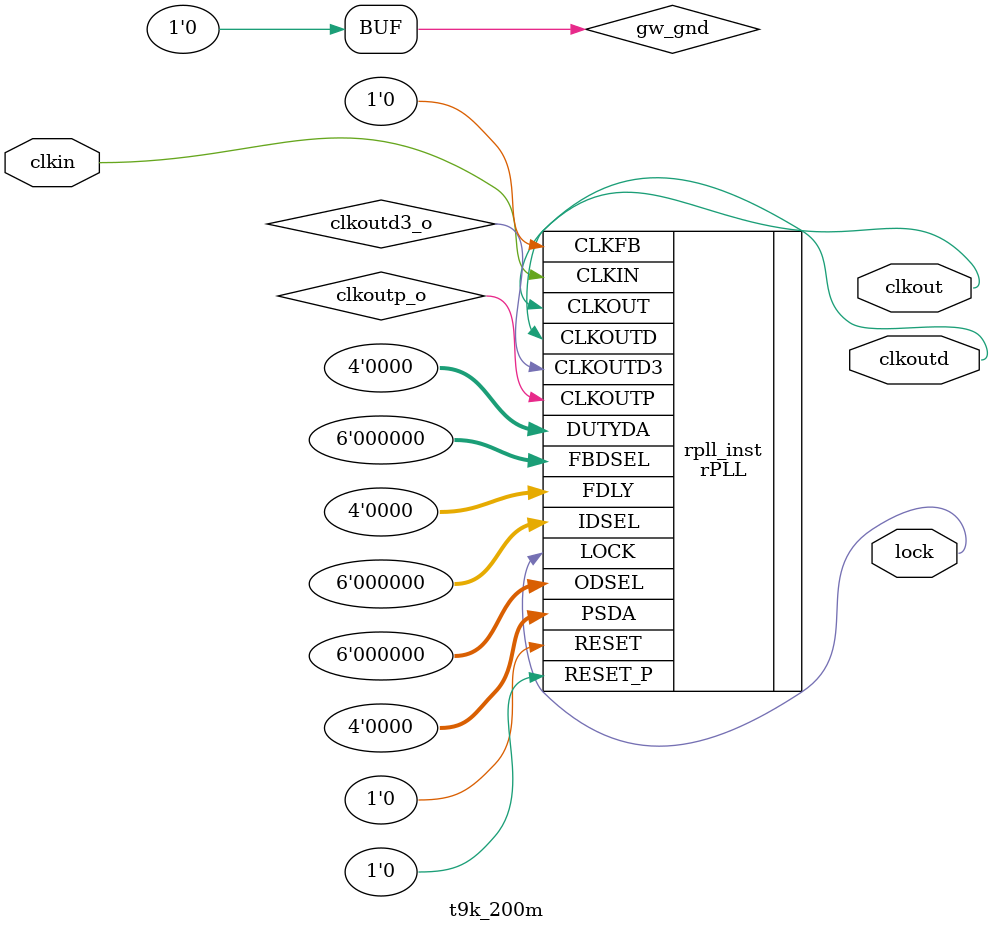
<source format=v>

module t9k_200m (clkout, lock, clkoutd, clkin);

output clkout;
output lock;
output clkoutd;
input clkin;

wire clkoutp_o;
wire clkoutd3_o;
wire gw_gnd;

assign gw_gnd = 1'b0;

rPLL rpll_inst (
    .CLKOUT(clkout),
    .LOCK(lock),
    .CLKOUTP(clkoutp_o),
    .CLKOUTD(clkoutd),
    .CLKOUTD3(clkoutd3_o),
    .RESET(gw_gnd),
    .RESET_P(gw_gnd),
    .CLKIN(clkin),
    .CLKFB(gw_gnd),
    .FBDSEL({gw_gnd,gw_gnd,gw_gnd,gw_gnd,gw_gnd,gw_gnd}),
    .IDSEL({gw_gnd,gw_gnd,gw_gnd,gw_gnd,gw_gnd,gw_gnd}),
    .ODSEL({gw_gnd,gw_gnd,gw_gnd,gw_gnd,gw_gnd,gw_gnd}),
    .PSDA({gw_gnd,gw_gnd,gw_gnd,gw_gnd}),
    .DUTYDA({gw_gnd,gw_gnd,gw_gnd,gw_gnd}),
    .FDLY({gw_gnd,gw_gnd,gw_gnd,gw_gnd})
);

defparam rpll_inst.FCLKIN = "27";
defparam rpll_inst.DYN_IDIV_SEL = "false";
defparam rpll_inst.IDIV_SEL = 4;
defparam rpll_inst.DYN_FBDIV_SEL = "false";
defparam rpll_inst.FBDIV_SEL = 36;
defparam rpll_inst.DYN_ODIV_SEL = "false";
defparam rpll_inst.ODIV_SEL = 4;
defparam rpll_inst.PSDA_SEL = "0000";
defparam rpll_inst.DYN_DA_EN = "true";
defparam rpll_inst.DUTYDA_SEL = "1000";
defparam rpll_inst.CLKOUT_FT_DIR = 1'b1;
defparam rpll_inst.CLKOUTP_FT_DIR = 1'b1;
defparam rpll_inst.CLKOUT_DLY_STEP = 0;
defparam rpll_inst.CLKOUTP_DLY_STEP = 0;
defparam rpll_inst.CLKFB_SEL = "internal";
defparam rpll_inst.CLKOUT_BYPASS = "false";
defparam rpll_inst.CLKOUTP_BYPASS = "false";
defparam rpll_inst.CLKOUTD_BYPASS = "false";
defparam rpll_inst.DYN_SDIV_SEL = 2;
defparam rpll_inst.CLKOUTD_SRC = "CLKOUT";
defparam rpll_inst.CLKOUTD3_SRC = "CLKOUT";
defparam rpll_inst.DEVICE = "GW1NR-9C";

endmodule //t9k_200m

</source>
